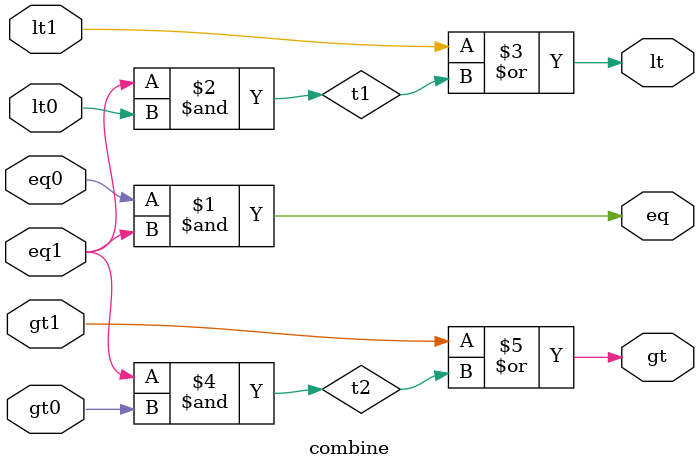
<source format=v>
module combine(eq,lt,gt,eq0,lt0,gt0,eq1,lt1,gt1);
  input eq0,lt0,gt0,eq1,lt1,gt1;
  output eq,lt,gt;
  wire t1,t2;

  assign eq = eq0 & eq1;
  assign t1 = eq1 & lt0;
  assign lt = lt1 | t1;
  assign t2 = eq1 & gt0;
  assign gt = gt1 | t2;

  endmodule

</source>
